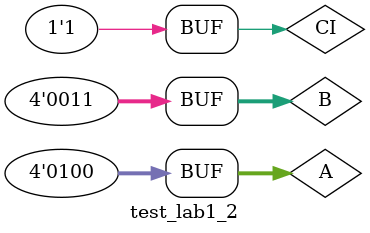
<source format=v>
`timescale 1ns / 1ps

module test_lab1_2;
wire [3:0] S;
wire CO;
reg [3:0] A,B;
reg CI;

lab1_2 U0(.s(S),.co(CO),.a(A),.b(B),.ci(CI));

initial
begin
A=4'b0000;B=4'b0000;CI=0;  
#100 A=4'b0000;B=4'b0001;
#100 A=4'b1000;B=4'b0100;
#100 A=4'b0011;B=4'b0101;
#100 A=4'b0010;B=4'b0000;CI=1;  
#100 A=4'b0000;B=4'b0111;
#100 A=4'b1001;B=4'b1001;
#100 A=4'b0100;B=4'b0011;
end   
endmodule

</source>
